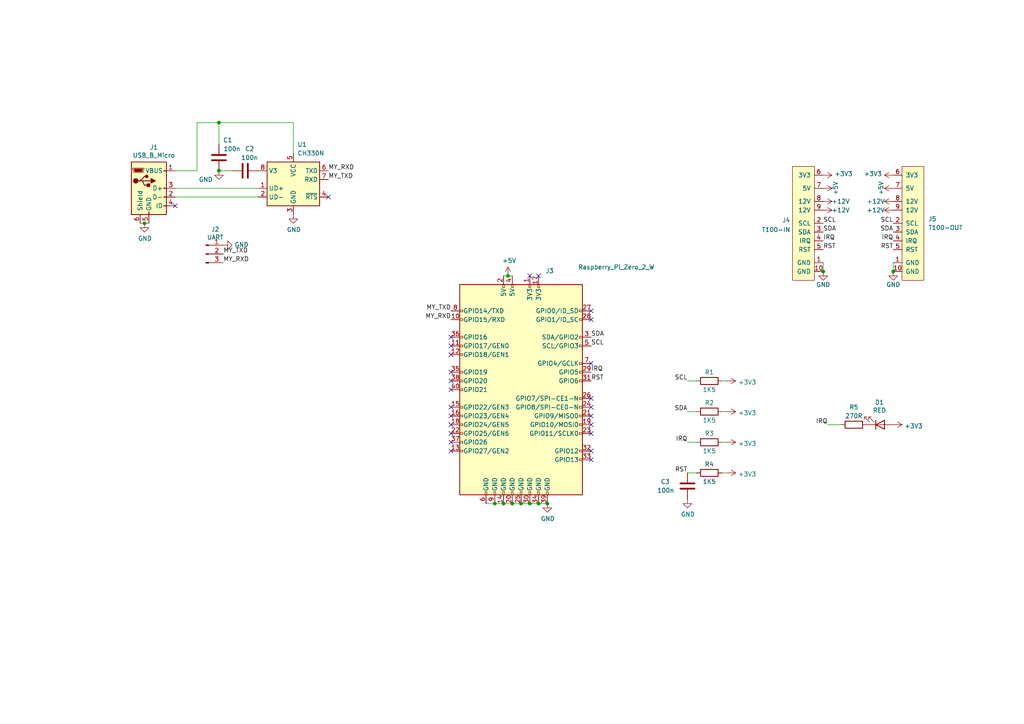
<source format=kicad_sch>
(kicad_sch (version 20211123) (generator eeschema)
  (paper "A4")
  (lib_symbols
    (symbol "Connector:Conn_01x03_Male" (pin_names (offset 1.016) hide)
      (property "Reference" "J" (at 0 5.08 0))
      (property "Value" "Conn_01x03_Male" (at 0 -5.08 0))
      (symbol "Conn_01x03_Male_1_1"
        (polyline (pts (xy 1.27 -2.54) (xy 0.8636 -2.54)) (stroke (width 0.1524)))
        (polyline (pts (xy 1.27 0) (xy 0.8636 0)) (stroke (width 0.1524)))
        (polyline (pts (xy 1.27 2.54) (xy 0.8636 2.54)) (stroke (width 0.1524)))
        (rectangle (start 0.8636 -2.413) (end 0 -2.667) (stroke (width 0.1524)) (fill (type outline)))
        (rectangle (start 0.8636 0.127) (end 0 -0.127) (stroke (width 0.1524)) (fill (type outline)))
        (rectangle (start 0.8636 2.667) (end 0 2.413) (stroke (width 0.1524)) (fill (type outline)))
        (pin passive line (at 5.08 2.54 180) (length 3.81) (name "Pin_1") (number "1"))
        (pin passive line (at 5.08 0 180) (length 3.81) (name "Pin_2") (number "2"))
        (pin passive line (at 5.08 -2.54 180) (length 3.81) (name "Pin_3") (number "3"))
      )
    )
    (symbol "Connector:USB_B_Micro" (pin_names (offset 1.016))
      (property "Reference" "J" (at -5.08 11.43 0))
      (property "Value" "USB_B_Micro" (at -5.08 8.89 0))
      (symbol "USB_B_Micro_0_1"
        (rectangle (start -5.08 -7.62) (end 5.08 7.62) (stroke (width 0.254)) (fill (type background)))
        (circle (center -3.81 2.159) (radius 0.635) (stroke (width 0.254)) (fill (type outline)))
        (circle (center -0.635 3.429) (radius 0.381) (stroke (width 0.254)) (fill (type outline)))
        (rectangle (start -0.127 -7.62) (end 0.127 -6.858))
        (polyline (pts (xy -1.905 2.159) (xy 0.635 2.159)) (stroke (width 0.254)))
        (polyline (pts (xy -3.175 2.159) (xy -2.54 2.159) (xy -1.27 3.429) (xy -0.635 3.429)) (stroke (width 0.254)))
        (polyline (pts (xy -2.54 2.159) (xy -1.905 2.159) (xy -1.27 0.889) (xy 0 0.889)) (stroke (width 0.254)))
        (polyline (pts (xy 0.635 2.794) (xy 0.635 1.524) (xy 1.905 2.159) (xy 0.635 2.794)) (stroke (width 0.254)) (fill (type outline)))
        (polyline (pts (xy -4.318 5.588) (xy -1.778 5.588) (xy -2.032 4.826) (xy -4.064 4.826) (xy -4.318 5.588)) (fill (type outline)))
        (polyline (pts (xy -4.699 5.842) (xy -4.699 5.588) (xy -4.445 4.826) (xy -4.445 4.572) (xy -1.651 4.572) (xy -1.651 4.826) (xy -1.397 5.588) (xy -1.397 5.842) (xy -4.699 5.842)))
        (rectangle (start 0.254 1.27) (end -0.508 0.508) (stroke (width 0.254)) (fill (type outline)))
        (rectangle (start 5.08 -5.207) (end 4.318 -4.953))
        (rectangle (start 5.08 -2.667) (end 4.318 -2.413))
        (rectangle (start 5.08 -0.127) (end 4.318 0.127))
        (rectangle (start 5.08 4.953) (end 4.318 5.207))
      )
      (symbol "USB_B_Micro_1_1"
        (pin power_out line (at 7.62 5.08 180) (length 2.54) (name "VBUS") (number "1"))
        (pin bidirectional line (at 7.62 -2.54 180) (length 2.54) (name "D-") (number "2"))
        (pin bidirectional line (at 7.62 0 180) (length 2.54) (name "D+") (number "3"))
        (pin passive line (at 7.62 -5.08 180) (length 2.54) (name "ID") (number "4"))
        (pin power_out line (at 0 -10.16 90) (length 2.54) (name "GND") (number "5"))
        (pin passive line (at -2.54 -10.16 90) (length 2.54) (name "Shield") (number "6"))
      )
    )
    (symbol "Device:C" (pin_numbers hide) (pin_names (offset 0.254))
      (property "Reference" "C" (at 0.635 2.54 0))
      (property "Value" "C" (at 0.635 -2.54 0))
      (symbol "C_0_1"
        (polyline (pts (xy -2.032 -0.762) (xy 2.032 -0.762)) (stroke (width 0.508)))
        (polyline (pts (xy -2.032 0.762) (xy 2.032 0.762)) (stroke (width 0.508)))
      )
      (symbol "C_1_1"
        (pin passive line (at 0 3.81 270) (length 2.794) (name "~") (number "1"))
        (pin passive line (at 0 -3.81 90) (length 2.794) (name "~") (number "2"))
      )
    )
    (symbol "Device:LED" (pin_numbers hide) (pin_names (offset 1.016) hide)
      (property "Reference" "D" (at 0 2.54 0))
      (property "Value" "LED" (at 0 -2.54 0))
      (symbol "LED_0_1"
        (polyline (pts (xy -1.27 -1.27) (xy -1.27 1.27)) (stroke (width 0.254)))
        (polyline (pts (xy -1.27 0) (xy 1.27 0)))
        (polyline (pts (xy 1.27 -1.27) (xy 1.27 1.27) (xy -1.27 0) (xy 1.27 -1.27)) (stroke (width 0.254)))
        (polyline (pts (xy -3.048 -0.762) (xy -4.572 -2.286) (xy -3.81 -2.286) (xy -4.572 -2.286) (xy -4.572 -1.524)))
        (polyline (pts (xy -1.778 -0.762) (xy -3.302 -2.286) (xy -2.54 -2.286) (xy -3.302 -2.286) (xy -3.302 -1.524)))
      )
      (symbol "LED_1_1"
        (pin passive line (at -3.81 0 0) (length 2.54) (name "K") (number "1"))
        (pin passive line (at 3.81 0 180) (length 2.54) (name "A") (number "2"))
      )
    )
    (symbol "Device:R" (pin_numbers hide) (pin_names (offset 0))
      (property "Reference" "R" (at 2.032 0 90))
      (property "Value" "R" (at 0 0 90))
      (symbol "R_0_1"
        (rectangle (start -1.016 -2.54) (end 1.016 2.54) (stroke (width 0.254)))
      )
      (symbol "R_1_1"
        (pin passive line (at 0 3.81 270) (length 1.27) (name "~") (number "1"))
        (pin passive line (at 0 -3.81 90) (length 1.27) (name "~") (number "2"))
      )
    )
    (symbol "Drake:Raspberry_Pi_Zero_2_W" (pin_names (offset 1.016))
      (property "Reference" "J3" (at 12.7 38.1 0))
      (property "Value" "Raspberry_Pi_Zero_2_W" (at 19.05 35.56 0))
      (symbol "Raspberry_Pi_Zero_2_W_0_1"
        (rectangle (start -17.78 30.48) (end 17.78 -30.48) (stroke (width 0.254)) (fill (type background)))
      )
      (symbol "Raspberry_Pi_Zero_2_W_1_1"
        (rectangle (start -16.891 -17.526) (end -17.78 -18.034))
        (rectangle (start -16.891 -14.986) (end -17.78 -15.494))
        (rectangle (start -16.891 -12.446) (end -17.78 -12.954))
        (rectangle (start -16.891 -9.906) (end -17.78 -10.414))
        (rectangle (start -16.891 -7.366) (end -17.78 -7.874))
        (rectangle (start -16.891 -4.826) (end -17.78 -5.334))
        (rectangle (start -16.891 0.254) (end -17.78 -0.254))
        (rectangle (start -16.891 2.794) (end -17.78 2.286))
        (rectangle (start -16.891 5.334) (end -17.78 4.826))
        (rectangle (start -16.891 10.414) (end -17.78 9.906))
        (rectangle (start -16.891 12.954) (end -17.78 12.446))
        (rectangle (start -16.891 15.494) (end -17.78 14.986))
        (rectangle (start -16.891 20.574) (end -17.78 20.066))
        (rectangle (start -16.891 23.114) (end -17.78 22.606))
        (rectangle (start -10.414 -29.591) (end -9.906 -30.48))
        (rectangle (start -7.874 -29.591) (end -7.366 -30.48))
        (rectangle (start -5.334 -29.591) (end -4.826 -30.48))
        (rectangle (start -5.334 30.48) (end -4.826 29.591))
        (rectangle (start -2.794 -29.591) (end -2.286 -30.48))
        (rectangle (start -2.794 30.48) (end -2.286 29.591))
        (rectangle (start -0.254 -29.591) (end 0.254 -30.48))
        (rectangle (start 2.286 -29.591) (end 2.794 -30.48))
        (rectangle (start 2.286 30.48) (end 2.794 29.591))
        (rectangle (start 4.826 -29.591) (end 5.334 -30.48))
        (rectangle (start 4.826 30.48) (end 5.334 29.591))
        (rectangle (start 7.366 -29.591) (end 7.874 -30.48))
        (rectangle (start 17.78 -20.066) (end 16.891 -20.574))
        (rectangle (start 17.78 -17.526) (end 16.891 -18.034))
        (rectangle (start 17.78 -12.446) (end 16.891 -12.954))
        (rectangle (start 17.78 -9.906) (end 16.891 -10.414))
        (rectangle (start 17.78 -7.366) (end 16.891 -7.874))
        (rectangle (start 17.78 -4.826) (end 16.891 -5.334))
        (rectangle (start 17.78 -2.286) (end 16.891 -2.794))
        (rectangle (start 17.78 2.794) (end 16.891 2.286))
        (rectangle (start 17.78 5.334) (end 16.891 4.826))
        (rectangle (start 17.78 7.874) (end 16.891 7.366))
        (rectangle (start 17.78 12.954) (end 16.891 12.446))
        (rectangle (start 17.78 15.494) (end 16.891 14.986))
        (rectangle (start 17.78 20.574) (end 16.891 20.066))
        (rectangle (start 17.78 23.114) (end 16.891 22.606))
        (pin power_in line (at 2.54 33.02 270) (length 2.54) (name "3V3") (number "1"))
        (pin bidirectional line (at -20.32 20.32 0) (length 2.54) (name "GPIO15/RXD") (number "10"))
        (pin bidirectional line (at -20.32 12.7 0) (length 2.54) (name "GPIO17/GEN0") (number "11"))
        (pin bidirectional line (at -20.32 10.16 0) (length 2.54) (name "GPIO18/GEN1") (number "12"))
        (pin bidirectional line (at -20.32 -17.78 0) (length 2.54) (name "GPIO27/GEN2") (number "13"))
        (pin power_in line (at -5.08 -33.02 90) (length 2.54) (name "GND") (number "14"))
        (pin bidirectional line (at -20.32 -5.08 0) (length 2.54) (name "GPIO22/GEN3") (number "15"))
        (pin bidirectional line (at -20.32 -7.62 0) (length 2.54) (name "GPIO23/GEN4") (number "16"))
        (pin power_in line (at 5.08 33.02 270) (length 2.54) (name "3V3") (number "17"))
        (pin bidirectional line (at -20.32 -10.16 0) (length 2.54) (name "GPIO24/GEN5") (number "18"))
        (pin bidirectional line (at 20.32 -10.16 180) (length 2.54) (name "GPIO10/MOSI0") (number "19"))
        (pin power_in line (at -5.08 33.02 270) (length 2.54) (name "5V") (number "2"))
        (pin power_in line (at -2.54 -33.02 90) (length 2.54) (name "GND") (number "20"))
        (pin bidirectional line (at 20.32 -7.62 180) (length 2.54) (name "GPIO9/MISO0") (number "21"))
        (pin bidirectional line (at -20.32 -12.7 0) (length 2.54) (name "GPIO25/GEN6") (number "22"))
        (pin bidirectional line (at 20.32 -12.7 180) (length 2.54) (name "GPIO11/SCLK0") (number "23"))
        (pin bidirectional line (at 20.32 -5.08 180) (length 2.54) (name "GPIO8/SPI-CE0-N") (number "24"))
        (pin power_in line (at 0 -33.02 90) (length 2.54) (name "GND") (number "25"))
        (pin bidirectional line (at 20.32 -2.54 180) (length 2.54) (name "GPIO7/SPI-CE1-N") (number "26"))
        (pin bidirectional line (at 20.32 22.86 180) (length 2.54) (name "GPIO0/ID_SD") (number "27"))
        (pin bidirectional line (at 20.32 20.32 180) (length 2.54) (name "GPIO1/ID_SC") (number "28"))
        (pin bidirectional line (at 20.32 5.08 180) (length 2.54) (name "GPIO5") (number "29"))
        (pin bidirectional line (at 20.32 15.24 180) (length 2.54) (name "SDA/GPIO2") (number "3"))
        (pin power_in line (at 2.54 -33.02 90) (length 2.54) (name "GND") (number "30"))
        (pin bidirectional line (at 20.32 2.54 180) (length 2.54) (name "GPIO6") (number "31"))
        (pin bidirectional line (at 20.32 -17.78 180) (length 2.54) (name "GPIO12") (number "32"))
        (pin bidirectional line (at 20.32 -20.32 180) (length 2.54) (name "GPIO13") (number "33"))
        (pin power_in line (at 5.08 -33.02 90) (length 2.54) (name "GND") (number "34"))
        (pin bidirectional line (at -20.32 5.08 0) (length 2.54) (name "GPIO19") (number "35"))
        (pin bidirectional line (at -20.32 15.24 0) (length 2.54) (name "GPIO16") (number "36"))
        (pin bidirectional line (at -20.32 -15.24 0) (length 2.54) (name "GPIO26") (number "37"))
        (pin bidirectional line (at -20.32 2.54 0) (length 2.54) (name "GPIO20") (number "38"))
        (pin power_in line (at 7.62 -33.02 90) (length 2.54) (name "GND") (number "39"))
        (pin power_in line (at -2.54 33.02 270) (length 2.54) (name "5V") (number "4"))
        (pin bidirectional line (at -20.32 0 0) (length 2.54) (name "GPIO21") (number "40"))
        (pin bidirectional line (at 20.32 12.7 180) (length 2.54) (name "SCL/GPIO3") (number "5"))
        (pin power_in line (at -10.16 -33.02 90) (length 2.54) (name "GND") (number "6"))
        (pin bidirectional line (at 20.32 7.62 180) (length 2.54) (name "GPIO4/GCLK") (number "7"))
        (pin bidirectional line (at -20.32 22.86 0) (length 2.54) (name "GPIO14/TXD") (number "8"))
        (pin power_in line (at -7.62 -33.02 90) (length 2.54) (name "GND") (number "9"))
      )
    )
    (symbol "Drake:T100-IN" (pin_names (offset 1.016))
      (property "Reference" "J" (at -3.81 -17.78 0))
      (property "Value" "T100-IN" (at -2.54 17.78 0))
      (symbol "T100-IN_0_0"
        (pin power_out line (at 2.54 -11.43 180) (length 2.54) (name "GND") (number "1"))
        (pin power_in line (at 2.54 -13.97 180) (length 2.54) (name "GND") (number "10"))
        (pin output line (at 2.54 0 180) (length 2.54) (name "SCL") (number "2"))
        (pin bidirectional line (at 2.54 -2.54 180) (length 2.54) (name "SDA") (number "3"))
        (pin bidirectional line (at 2.54 -5.08 180) (length 2.54) (name "IRQ") (number "4"))
        (pin bidirectional line (at 2.54 -7.62 180) (length 2.54) (name "RST") (number "5"))
        (pin power_out line (at 2.54 13.97 180) (length 2.54) (name "3V3") (number "6"))
        (pin power_out line (at 2.54 10.16 180) (length 2.54) (name "5V") (number "7"))
        (pin power_out line (at 2.54 6.35 180) (length 2.54) (name "12V") (number "8"))
        (pin power_in line (at 2.54 3.81 180) (length 2.54) (name "12V") (number "9"))
      )
      (symbol "T100-IN_0_1"
        (rectangle (start 0 16.51) (end -6.35 -16.51) (fill (type background)))
      )
    )
    (symbol "Drake:T100-OUT" (pin_names (offset 1.016))
      (property "Reference" "J" (at 1.27 -17.78 0))
      (property "Value" "T100-OUT" (at 3.81 17.78 0))
      (symbol "T100-OUT_0_0"
        (pin power_in line (at -2.54 -11.43 0) (length 2.54) (name "GND") (number "1"))
        (pin power_in line (at -2.54 -13.97 0) (length 2.54) (name "GND") (number "10"))
        (pin input line (at -2.54 0 0) (length 2.54) (name "SCL") (number "2"))
        (pin bidirectional line (at -2.54 -2.54 0) (length 2.54) (name "SDA") (number "3"))
        (pin bidirectional line (at -2.54 -5.08 0) (length 2.54) (name "IRQ") (number "4"))
        (pin bidirectional line (at -2.54 -7.62 0) (length 2.54) (name "RST") (number "5"))
        (pin power_in line (at -2.54 13.97 0) (length 2.54) (name "3V3") (number "6"))
        (pin power_in line (at -2.54 10.16 0) (length 2.54) (name "5V") (number "7"))
        (pin power_in line (at -2.54 6.35 0) (length 2.54) (name "12V") (number "8"))
        (pin power_in line (at -2.54 3.81 0) (length 2.54) (name "12V") (number "9"))
      )
      (symbol "T100-OUT_0_1"
        (rectangle (start 6.35 16.51) (end 0 -16.51) (fill (type background)))
      )
    )
    (symbol "Interface_USB:CH330N"
      (property "Reference" "U" (at -7.62 6.35 0))
      (property "Value" "CH330N" (at 7.62 6.35 0))
      (symbol "CH330N_0_1"
        (rectangle (start -7.62 5.08) (end 7.62 -7.62) (stroke (width 0.254)) (fill (type background)))
      )
      (symbol "CH330N_1_1"
        (pin bidirectional line (at -10.16 -2.54 0) (length 2.54) (name "UD+") (number "1"))
        (pin bidirectional line (at -10.16 -5.08 0) (length 2.54) (name "UD-") (number "2"))
        (pin power_in line (at 0 -10.16 90) (length 2.54) (name "GND") (number "3"))
        (pin output line (at 10.16 -5.08 180) (length 2.54) (name "~{RTS}") (number "4"))
        (pin power_in line (at 0 7.62 270) (length 2.54) (name "VCC") (number "5"))
        (pin output line (at 10.16 2.54 180) (length 2.54) (name "TXD") (number "6"))
        (pin input line (at 10.16 0 180) (length 2.54) (name "RXD") (number "7"))
        (pin passive line (at -10.16 2.54 0) (length 2.54) (name "V3") (number "8"))
      )
    )
    (symbol "power:+12V" (power) (pin_names (offset 0))
      (property "Value" "+12V" (at 0 3.556 0))
      (symbol "+12V_0_1"
        (polyline (pts (xy -0.762 1.27) (xy 0 2.54)))
        (polyline (pts (xy 0 0) (xy 0 2.54)))
        (polyline (pts (xy 0 2.54) (xy 0.762 1.27)))
      )
      (symbol "+12V_1_1"
        (pin power_in line (at 0 0 90) (length 0) hide (name "+12V") (number "1"))
      )
    )
    (symbol "power:+3V3" (power) (pin_names (offset 0))
      (property "Value" "+3V3" (at 0 3.556 0))
      (symbol "+3V3_0_1"
        (polyline (pts (xy -0.762 1.27) (xy 0 2.54)))
        (polyline (pts (xy 0 0) (xy 0 2.54)))
        (polyline (pts (xy 0 2.54) (xy 0.762 1.27)))
      )
      (symbol "+3V3_1_1"
        (pin power_in line (at 0 0 90) (length 0) hide (name "+3V3") (number "1"))
      )
    )
    (symbol "power:+5V" (power) (pin_names (offset 0))
      (property "Value" "+5V" (at 0 3.556 0))
      (symbol "+5V_0_1"
        (polyline (pts (xy -0.762 1.27) (xy 0 2.54)))
        (polyline (pts (xy 0 0) (xy 0 2.54)))
        (polyline (pts (xy 0 2.54) (xy 0.762 1.27)))
      )
      (symbol "+5V_1_1"
        (pin power_in line (at 0 0 90) (length 0) hide (name "+5V") (number "1"))
      )
    )
    (symbol "power:GND" (power) (pin_names (offset 0))
      (property "Value" "GND" (at 0 -3.81 0))
      (symbol "GND_0_1"
        (polyline (pts (xy 0 0) (xy 0 -1.27) (xy 1.27 -1.27) (xy 0 -2.54) (xy -1.27 -1.27) (xy 0 -1.27)))
      )
      (symbol "GND_1_1"
        (pin power_in line (at 0 0 270) (length 0) hide (name "GND") (number "1"))
      )
    )
  )
  (junction (at 158.75 146.05))
  (junction (at 143.51 146.05))
  (junction (at 147.32 80.01))
  (junction (at 153.67 146.05))
  (junction (at 146.05 146.05))
  (junction (at 151.13 146.05))
  (junction (at 41.91 64.77))
  (junction (at 156.21 146.05))
  (junction (at 63.5 35.56))
  (junction (at 148.59 146.05))
  (junction (at 238.76 78.74))
  (junction (at 259.08 78.74))
  (junction (at 63.5 49.53))
  (no_connect (at 130.81 120.65))
  (no_connect (at 171.45 130.81))
  (no_connect (at 130.81 130.81))
  (no_connect (at 171.45 105.41))
  (no_connect (at 153.67 80.01))
  (no_connect (at 130.81 118.11))
  (no_connect (at 171.45 133.35))
  (no_connect (at 171.45 123.19))
  (no_connect (at 95.25 57.15))
  (no_connect (at 130.81 123.19))
  (no_connect (at 171.45 115.57))
  (no_connect (at 171.45 125.73))
  (no_connect (at 171.45 92.71))
  (no_connect (at 130.81 125.73))
  (no_connect (at 171.45 118.11))
  (no_connect (at 130.81 113.03))
  (no_connect (at 156.21 80.01))
  (no_connect (at 130.81 97.79))
  (no_connect (at 130.81 100.33))
  (no_connect (at 171.45 90.17))
  (no_connect (at 171.45 120.65))
  (no_connect (at 130.81 128.27))
  (no_connect (at 50.8 59.69))
  (no_connect (at 130.81 107.95))
  (no_connect (at 130.81 110.49))
  (no_connect (at 130.81 102.87))
  (wire (pts (xy 63.5 49.53) (xy 67.31 49.53)))
  (wire (pts (xy 153.67 146.05) (xy 156.21 146.05)))
  (wire (pts (xy 143.51 146.05) (xy 146.05 146.05)))
  (wire (pts (xy 146.05 146.05) (xy 148.59 146.05)))
  (wire (pts (xy 148.59 146.05) (xy 151.13 146.05)))
  (wire (pts (xy 151.13 146.05) (xy 153.67 146.05)))
  (wire (pts (xy 201.93 110.49) (xy 199.39 110.49)))
  (wire (pts (xy 63.5 35.56) (xy 85.09 35.56)))
  (wire (pts (xy 85.09 35.56) (xy 85.09 44.45)))
  (wire (pts (xy 201.93 119.38) (xy 199.39 119.38)))
  (wire (pts (xy 50.8 57.15) (xy 74.93 57.15)))
  (wire (pts (xy 201.93 137.16) (xy 199.39 137.16)))
  (wire (pts (xy 41.91 64.77) (xy 43.18 64.77)))
  (wire (pts (xy 259.08 76.2) (xy 259.08 78.74)))
  (wire (pts (xy 146.05 80.01) (xy 147.32 80.01)))
  (wire (pts (xy 156.21 146.05) (xy 158.75 146.05)))
  (wire (pts (xy 140.97 146.05) (xy 143.51 146.05)))
  (wire (pts (xy 57.15 49.53) (xy 57.15 35.56)))
  (wire (pts (xy 201.93 128.27) (xy 199.39 128.27)))
  (wire (pts (xy 57.15 35.56) (xy 63.5 35.56)))
  (wire (pts (xy 240.03 123.19) (xy 243.84 123.19)))
  (wire (pts (xy 63.5 41.91) (xy 63.5 35.56)))
  (wire (pts (xy 40.64 64.77) (xy 41.91 64.77)))
  (wire (pts (xy 209.55 119.38) (xy 210.82 119.38)))
  (wire (pts (xy 238.76 76.2) (xy 238.76 78.74)))
  (wire (pts (xy 50.8 54.61) (xy 74.93 54.61)))
  (wire (pts (xy 209.55 137.16) (xy 210.82 137.16)))
  (wire (pts (xy 147.32 80.01) (xy 148.59 80.01)))
  (wire (pts (xy 50.8 49.53) (xy 57.15 49.53)))
  (wire (pts (xy 209.55 128.27) (xy 210.82 128.27)))
  (wire (pts (xy 209.55 110.49) (xy 210.82 110.49)))
  (label "IRQ" (at 238.76 69.85 0))
  (label "SCL" (at 171.45 100.33 0))
  (label "IRQ" (at 240.03 123.19 180))
  (label "MY_RXD" (at 130.81 92.71 180))
  (label "SDA" (at 171.45 97.79 0))
  (label "MY_RXD" (at 64.77 76.2 0))
  (label "RST" (at 199.39 137.16 180))
  (label "MY_TXD" (at 64.77 73.66 0))
  (label "MY_TXD" (at 130.81 90.17 180))
  (label "SDA" (at 238.76 67.31 0))
  (label "SDA" (at 199.39 119.38 180))
  (label "IRQ" (at 199.39 128.27 180))
  (label "SCL" (at 199.39 110.49 180))
  (label "SCL" (at 238.76 64.77 0))
  (label "SDA" (at 259.08 67.31 180))
  (label "SCL" (at 259.08 64.77 180))
  (label "RST" (at 259.08 72.39 180))
  (label "IRQ" (at 259.08 69.85 180))
  (label "MY_RXD" (at 95.25 49.53 0))
  (label "RST" (at 238.76 72.39 0))
  (label "MY_TXD" (at 95.25 52.07 0))
  (label "RST" (at 171.45 110.49 0))
  (label "IRQ" (at 171.45 107.95 0))
  (symbol (lib_id "power:GND") (at 158.75 146.05 0) (unit 1)
    (property "Reference" "#PWR06" (effects hide))
    (property "Value" "GND" (at 158.877 150.4442 0))
  )
  (symbol (lib_id "power:+5V") (at 147.32 80.01 0) (unit 1)
    (property "Reference" "#PWR05" (effects hide))
    (property "Value" "+5V" (at 147.701 75.6158 0))
  )
  (symbol (lib_id "Interface_USB:CH330N") (at 85.09 52.07 0) (unit 1)
    (property "Reference" "U1" (at 87.63 41.91 0))
    (property "Value" "CH330N" (at 90.17 44.45 0))
    (property "Footprint" "Package_SO:SOIC-8_3.9x4.9mm_P1.27mm" (effects hide))
    (property "Datasheet" "http://www.wch.cn/downloads/file/240.html" (effects hide))
  )
  (symbol (lib_id "Device:C") (at 63.5 45.72 0) (unit 1)
    (property "Reference" "C1" (at 66.04 40.64 0))
    (property "Value" "100n" (at 67.31 43.18 0))
    (property "Footprint" "Capacitor_SMD:C_0805_2012Metric_Pad1.18x1.45mm_HandSolder" (effects hide))
  )
  (symbol (lib_id "power:GND") (at 85.09 62.23 0) (unit 1)
    (property "Reference" "#PWR04" (effects hide))
    (property "Value" "GND" (at 85.217 66.6242 0))
  )
  (symbol (lib_id "Connector:Conn_01x03_Male") (at 59.69 73.66 0) (unit 1)
    (property "Reference" "J2" (at 62.4332 66.5226 0))
    (property "Value" "UART" (at 62.4332 68.834 0))
    (property "Footprint" "Connector_PinHeader_2.54mm:PinHeader_1x03_P2.54mm_Horizontal" (effects hide))
  )
  (symbol (lib_id "Connector:USB_B_Micro") (at 43.18 54.61 0) (unit 1)
    (property "Reference" "J1" (at 44.6278 42.7482 0))
    (property "Value" "USB_B_Micro" (at 44.6278 45.0596 0))
    (property "Footprint" "Drake:conn_usb_B_micro_smd-2" (effects hide))
  )
  (symbol (lib_id "power:GND") (at 41.91 64.77 0) (unit 1)
    (property "Reference" "#PWR01" (effects hide))
    (property "Value" "GND" (at 42.037 69.1642 0))
  )
  (symbol (lib_id "power:GND") (at 64.77 71.12 90) (unit 1)
    (property "Reference" "#PWR03" (effects hide))
    (property "Value" "GND" (at 68.0212 70.993 90) (effects (justify right)))
  )
  (symbol (lib_id "Device:C") (at 71.12 49.53 270) (unit 1)
    (property "Reference" "C2" (at 72.39 43.18 90))
    (property "Value" "100n" (at 72.39 45.72 90))
    (property "Footprint" "Capacitor_SMD:C_0805_2012Metric_Pad1.18x1.45mm_HandSolder" (effects hide))
  )
  (symbol (lib_id "power:GND") (at 63.5 49.53 0) (unit 1)
    (property "Reference" "#PWR02" (effects hide))
    (property "Value" "GND" (at 59.69 52.07 0))
  )
  (symbol (lib_id "Drake:T100-OUT") (at 261.62 64.77 0) (unit 1)
    (property "Reference" "J5" (at 269.24 63.5 0) (effects (justify left)))
    (property "Value" "T100-OUT" (at 269.24 66.04 0) (effects (justify left)))
    (property "Footprint" "Connector_PinSocket_2.54mm:PinSocket_1x10_P2.54mm_Horizontal" (effects hide))
  )
  (symbol (lib_id "power:+5V") (at 259.08 54.61 90) (unit 1)
    (property "Reference" "#PWR018" (effects hide))
    (property "Value" "+5V" (at 255.524 54.61 0))
  )
  (symbol (lib_id "power:+3V3") (at 259.08 50.8 90) (unit 1)
    (property "Reference" "#PWR017" (effects hide))
    (property "Value" "+3V3" (at 255.8288 50.419 90) (effects (justify left)))
  )
  (symbol (lib_id "power:+12V") (at 259.08 58.42 90) (unit 1)
    (property "Reference" "#PWR019" (effects hide))
    (property "Value" "+12V" (at 254 58.42 90))
  )
  (symbol (lib_id "power:+12V") (at 259.08 60.96 90) (unit 1)
    (property "Reference" "#PWR020" (effects hide))
    (property "Value" "+12V" (at 254 60.96 90))
  )
  (symbol (lib_id "power:GND") (at 259.08 78.74 0) (unit 1)
    (property "Reference" "#PWR021" (effects hide))
    (property "Value" "GND" (at 259.08 82.55 0))
  )
  (symbol (lib_id "Device:R") (at 205.74 110.49 90) (unit 1)
    (property "Reference" "R1" (at 205.74 107.95 90))
    (property "Value" "1K5" (at 205.74 113.03 90))
    (property "Footprint" "Resistor_SMD:R_0805_2012Metric" (effects hide))
  )
  (symbol (lib_id "Drake:T100-IN") (at 236.22 64.77 0) (unit 1)
    (property "Reference" "J4" (at 229.235 63.8615 0) (effects (justify right)))
    (property "Value" "T100-IN" (at 229.235 66.6366 0) (effects (justify right)))
    (property "Footprint" "Connector_PinHeader_2.54mm:PinHeader_1x10_P2.54mm_Horizontal" (effects hide))
  )
  (symbol (lib_id "power:+12V") (at 238.76 58.42 270) (mirror x) (unit 1)
    (property "Reference" "#PWR014" (effects hide))
    (property "Value" "+12V" (at 243.84 58.42 90))
  )
  (symbol (lib_id "power:+12V") (at 238.76 60.96 270) (mirror x) (unit 1)
    (property "Reference" "#PWR015" (effects hide))
    (property "Value" "+12V" (at 243.84 60.96 90))
  )
  (symbol (lib_id "power:+3V3") (at 210.82 137.16 270) (unit 1)
    (property "Reference" "#PWR011" (effects hide))
    (property "Value" "+3V3" (at 214.0712 137.541 90) (effects (justify left)))
  )
  (symbol (lib_id "power:+3V3") (at 259.08 123.19 270) (unit 1)
    (property "Reference" "#PWR022" (effects hide))
    (property "Value" "+3V3" (at 262.3312 123.571 90) (effects (justify left)))
  )
  (symbol (lib_id "Drake:Raspberry_Pi_Zero_2_W") (at 151.13 113.03 0) (unit 1)
    (property "Reference" "J3" (at 158.2294 78.5835 0) (effects (justify left)))
    (property "Value" "Raspberry_Pi_Zero_2_W" (at 167.64 77.47 0) (effects (justify left)))
    (property "Footprint" "Drake:Raspberry-Pi-Zero-2-W-horizontal-4-holes" (effects hide))
    (property "Datasheet" "https://datasheets.raspberrypi.com/rpizero2/raspberry-pi-zero-2-w-reduced-schematics.pdf" (effects hide))
  )
  (symbol (lib_id "power:+3V3") (at 210.82 110.49 270) (unit 1)
    (property "Reference" "#PWR08" (effects hide))
    (property "Value" "+3V3" (at 214.0712 110.871 90) (effects (justify left)))
  )
  (symbol (lib_id "Device:C") (at 199.39 140.97 180) (unit 1)
    (property "Reference" "C3" (at 194.31 139.7 0) (effects (justify left)))
    (property "Value" "100n" (at 195.58 142.24 0) (effects (justify left)))
    (property "Footprint" "Capacitor_SMD:C_0805_2012Metric" (effects hide))
  )
  (symbol (lib_id "power:+5V") (at 238.76 54.61 270) (mirror x) (unit 1)
    (property "Reference" "#PWR013" (effects hide))
    (property "Value" "+5V" (at 242.316 54.61 0))
  )
  (symbol (lib_id "Device:R") (at 205.74 128.27 90) (unit 1)
    (property "Reference" "R3" (at 205.74 125.73 90))
    (property "Value" "1K5" (at 205.74 130.81 90))
    (property "Footprint" "Resistor_SMD:R_0805_2012Metric" (effects hide))
  )
  (symbol (lib_id "Device:R") (at 247.65 123.19 90) (unit 1)
    (property "Reference" "R5" (at 247.65 118.11 90))
    (property "Value" "270R" (at 247.65 120.65 90))
    (property "Footprint" "Resistor_SMD:R_0805_2012Metric" (effects hide))
  )
  (symbol (lib_id "Device:R") (at 205.74 119.38 90) (unit 1)
    (property "Reference" "R2" (at 205.74 116.84 90))
    (property "Value" "1K5" (at 205.74 121.92 90))
    (property "Footprint" "Resistor_SMD:R_0805_2012Metric" (effects hide))
  )
  (symbol (lib_id "power:+3V3") (at 210.82 128.27 270) (unit 1)
    (property "Reference" "#PWR010" (effects hide))
    (property "Value" "+3V3" (at 214.0712 128.651 90) (effects (justify left)))
  )
  (symbol (lib_id "power:GND") (at 199.39 144.78 0) (unit 1)
    (property "Reference" "#PWR07" (effects hide))
    (property "Value" "GND" (at 199.517 149.1742 0))
  )
  (symbol (lib_id "Device:R") (at 205.74 137.16 90) (unit 1)
    (property "Reference" "R4" (at 205.74 134.62 90))
    (property "Value" "1K5" (at 205.74 139.7 90))
    (property "Footprint" "Resistor_SMD:R_0805_2012Metric" (effects hide))
  )
  (symbol (lib_id "power:GND") (at 238.76 78.74 0) (mirror y) (unit 1)
    (property "Reference" "#PWR016" (effects hide))
    (property "Value" "GND" (at 238.76 82.55 0))
  )
  (symbol (lib_id "power:+3V3") (at 210.82 119.38 270) (unit 1)
    (property "Reference" "#PWR09" (effects hide))
    (property "Value" "+3V3" (at 214.0712 119.761 90) (effects (justify left)))
  )
  (symbol (lib_id "power:+3V3") (at 238.76 50.8 270) (mirror x) (unit 1)
    (property "Reference" "#PWR012" (effects hide))
    (property "Value" "+3V3" (at 242.0112 50.419 90) (effects (justify left)))
  )
  (symbol (lib_id "Device:LED") (at 255.27 123.19 0) (mirror x) (unit 1)
    (property "Reference" "D1" (at 255.0922 116.713 0))
    (property "Value" "RED" (at 255.0922 119.0244 0))
    (property "Footprint" "LED_SMD:LED_0805_2012Metric_Pad1.15x1.40mm_HandSolder" (effects hide))
  )
)
</source>
